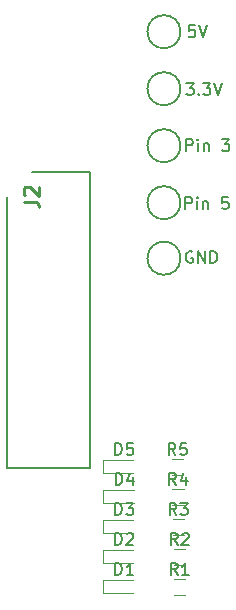
<source format=gto>
%TF.GenerationSoftware,KiCad,Pcbnew,(5.1.10)-1*%
%TF.CreationDate,2021-05-26T15:53:11-05:00*%
%TF.ProjectId,IAQ RPI PCB Rev 1,49415120-5250-4492-9050-434220526576,1*%
%TF.SameCoordinates,Original*%
%TF.FileFunction,Legend,Top*%
%TF.FilePolarity,Positive*%
%FSLAX46Y46*%
G04 Gerber Fmt 4.6, Leading zero omitted, Abs format (unit mm)*
G04 Created by KiCad (PCBNEW (5.1.10)-1) date 2021-05-26 15:53:11*
%MOMM*%
%LPD*%
G01*
G04 APERTURE LIST*
%ADD10C,0.120000*%
%ADD11C,0.200000*%
%ADD12C,0.150000*%
%ADD13C,0.254000*%
G04 APERTURE END LIST*
D10*
%TO.C,D1*%
X185314000Y-112480000D02*
X187914000Y-112480000D01*
X185314000Y-113580000D02*
X187914000Y-113580000D01*
X185314000Y-112480000D02*
X185314000Y-113580000D01*
%TO.C,D2*%
X185314000Y-109940000D02*
X185314000Y-111040000D01*
X185314000Y-111040000D02*
X187914000Y-111040000D01*
X185314000Y-109940000D02*
X187914000Y-109940000D01*
%TO.C,D3*%
X185314000Y-107400000D02*
X187914000Y-107400000D01*
X185314000Y-108500000D02*
X187914000Y-108500000D01*
X185314000Y-107400000D02*
X185314000Y-108500000D01*
%TO.C,D4*%
X185355000Y-104860000D02*
X187955000Y-104860000D01*
X185355000Y-105960000D02*
X187955000Y-105960000D01*
X185355000Y-104860000D02*
X185355000Y-105960000D01*
%TO.C,D5*%
X185314000Y-102320000D02*
X185314000Y-103420000D01*
X185314000Y-103420000D02*
X187914000Y-103420000D01*
X185314000Y-102320000D02*
X187914000Y-102320000D01*
D11*
%TO.C,J2*%
X177194000Y-80010000D02*
X177194000Y-102940000D01*
X177194000Y-102940000D02*
X184254000Y-102940000D01*
X184254000Y-102940000D02*
X184254000Y-77880000D01*
X184254000Y-77880000D02*
X179324000Y-77880000D01*
D10*
%TO.C,R1*%
X191313000Y-112350000D02*
X192313000Y-112350000D01*
X192313000Y-113710000D02*
X191313000Y-113710000D01*
%TO.C,R2*%
X191313000Y-109810000D02*
X192313000Y-109810000D01*
X192313000Y-111170000D02*
X191313000Y-111170000D01*
%TO.C,R3*%
X192227000Y-108630000D02*
X191227000Y-108630000D01*
X191227000Y-107270000D02*
X192227000Y-107270000D01*
%TO.C,R4*%
X191186000Y-104730000D02*
X192186000Y-104730000D01*
X192186000Y-106090000D02*
X191186000Y-106090000D01*
%TO.C,R5*%
X192143000Y-103550000D02*
X191143000Y-103550000D01*
X191143000Y-102190000D02*
X192143000Y-102190000D01*
D12*
%TO.C,GND*%
X191900000Y-85217000D02*
G75*
G03*
X191900000Y-85217000I-1400000J0D01*
G01*
%TO.C,5V*%
X191900000Y-66040000D02*
G75*
G03*
X191900000Y-66040000I-1400000J0D01*
G01*
%TO.C,Pin 5*%
X191900000Y-80518000D02*
G75*
G03*
X191900000Y-80518000I-1400000J0D01*
G01*
%TO.C,3.3V*%
X191900000Y-70866000D02*
G75*
G03*
X191900000Y-70866000I-1400000J0D01*
G01*
%TO.C,Pin 3*%
X191900000Y-75692000D02*
G75*
G03*
X191900000Y-75692000I-1400000J0D01*
G01*
%TO.C,D1*%
X186375904Y-112032380D02*
X186375904Y-111032380D01*
X186614000Y-111032380D01*
X186756857Y-111080000D01*
X186852095Y-111175238D01*
X186899714Y-111270476D01*
X186947333Y-111460952D01*
X186947333Y-111603809D01*
X186899714Y-111794285D01*
X186852095Y-111889523D01*
X186756857Y-111984761D01*
X186614000Y-112032380D01*
X186375904Y-112032380D01*
X187899714Y-112032380D02*
X187328285Y-112032380D01*
X187614000Y-112032380D02*
X187614000Y-111032380D01*
X187518761Y-111175238D01*
X187423523Y-111270476D01*
X187328285Y-111318095D01*
%TO.C,D2*%
X186375904Y-109492380D02*
X186375904Y-108492380D01*
X186614000Y-108492380D01*
X186756857Y-108540000D01*
X186852095Y-108635238D01*
X186899714Y-108730476D01*
X186947333Y-108920952D01*
X186947333Y-109063809D01*
X186899714Y-109254285D01*
X186852095Y-109349523D01*
X186756857Y-109444761D01*
X186614000Y-109492380D01*
X186375904Y-109492380D01*
X187328285Y-108587619D02*
X187375904Y-108540000D01*
X187471142Y-108492380D01*
X187709238Y-108492380D01*
X187804476Y-108540000D01*
X187852095Y-108587619D01*
X187899714Y-108682857D01*
X187899714Y-108778095D01*
X187852095Y-108920952D01*
X187280666Y-109492380D01*
X187899714Y-109492380D01*
%TO.C,D3*%
X186375904Y-106952380D02*
X186375904Y-105952380D01*
X186614000Y-105952380D01*
X186756857Y-106000000D01*
X186852095Y-106095238D01*
X186899714Y-106190476D01*
X186947333Y-106380952D01*
X186947333Y-106523809D01*
X186899714Y-106714285D01*
X186852095Y-106809523D01*
X186756857Y-106904761D01*
X186614000Y-106952380D01*
X186375904Y-106952380D01*
X187280666Y-105952380D02*
X187899714Y-105952380D01*
X187566380Y-106333333D01*
X187709238Y-106333333D01*
X187804476Y-106380952D01*
X187852095Y-106428571D01*
X187899714Y-106523809D01*
X187899714Y-106761904D01*
X187852095Y-106857142D01*
X187804476Y-106904761D01*
X187709238Y-106952380D01*
X187423523Y-106952380D01*
X187328285Y-106904761D01*
X187280666Y-106857142D01*
%TO.C,D4*%
X186416904Y-104412380D02*
X186416904Y-103412380D01*
X186655000Y-103412380D01*
X186797857Y-103460000D01*
X186893095Y-103555238D01*
X186940714Y-103650476D01*
X186988333Y-103840952D01*
X186988333Y-103983809D01*
X186940714Y-104174285D01*
X186893095Y-104269523D01*
X186797857Y-104364761D01*
X186655000Y-104412380D01*
X186416904Y-104412380D01*
X187845476Y-103745714D02*
X187845476Y-104412380D01*
X187607380Y-103364761D02*
X187369285Y-104079047D01*
X187988333Y-104079047D01*
%TO.C,D5*%
X186375904Y-101872380D02*
X186375904Y-100872380D01*
X186614000Y-100872380D01*
X186756857Y-100920000D01*
X186852095Y-101015238D01*
X186899714Y-101110476D01*
X186947333Y-101300952D01*
X186947333Y-101443809D01*
X186899714Y-101634285D01*
X186852095Y-101729523D01*
X186756857Y-101824761D01*
X186614000Y-101872380D01*
X186375904Y-101872380D01*
X187852095Y-100872380D02*
X187375904Y-100872380D01*
X187328285Y-101348571D01*
X187375904Y-101300952D01*
X187471142Y-101253333D01*
X187709238Y-101253333D01*
X187804476Y-101300952D01*
X187852095Y-101348571D01*
X187899714Y-101443809D01*
X187899714Y-101681904D01*
X187852095Y-101777142D01*
X187804476Y-101824761D01*
X187709238Y-101872380D01*
X187471142Y-101872380D01*
X187375904Y-101824761D01*
X187328285Y-101777142D01*
%TO.C,J2*%
D13*
X178628523Y-80433333D02*
X179535666Y-80433333D01*
X179717095Y-80493809D01*
X179838047Y-80614761D01*
X179898523Y-80796190D01*
X179898523Y-80917142D01*
X178749476Y-79889047D02*
X178689000Y-79828571D01*
X178628523Y-79707619D01*
X178628523Y-79405238D01*
X178689000Y-79284285D01*
X178749476Y-79223809D01*
X178870428Y-79163333D01*
X178991380Y-79163333D01*
X179172809Y-79223809D01*
X179898523Y-79949523D01*
X179898523Y-79163333D01*
%TO.C,R1*%
D12*
X191646333Y-112032380D02*
X191313000Y-111556190D01*
X191074904Y-112032380D02*
X191074904Y-111032380D01*
X191455857Y-111032380D01*
X191551095Y-111080000D01*
X191598714Y-111127619D01*
X191646333Y-111222857D01*
X191646333Y-111365714D01*
X191598714Y-111460952D01*
X191551095Y-111508571D01*
X191455857Y-111556190D01*
X191074904Y-111556190D01*
X192598714Y-112032380D02*
X192027285Y-112032380D01*
X192313000Y-112032380D02*
X192313000Y-111032380D01*
X192217761Y-111175238D01*
X192122523Y-111270476D01*
X192027285Y-111318095D01*
%TO.C,R2*%
X191646333Y-109492380D02*
X191313000Y-109016190D01*
X191074904Y-109492380D02*
X191074904Y-108492380D01*
X191455857Y-108492380D01*
X191551095Y-108540000D01*
X191598714Y-108587619D01*
X191646333Y-108682857D01*
X191646333Y-108825714D01*
X191598714Y-108920952D01*
X191551095Y-108968571D01*
X191455857Y-109016190D01*
X191074904Y-109016190D01*
X192027285Y-108587619D02*
X192074904Y-108540000D01*
X192170142Y-108492380D01*
X192408238Y-108492380D01*
X192503476Y-108540000D01*
X192551095Y-108587619D01*
X192598714Y-108682857D01*
X192598714Y-108778095D01*
X192551095Y-108920952D01*
X191979666Y-109492380D01*
X192598714Y-109492380D01*
%TO.C,R3*%
X191560333Y-106952380D02*
X191227000Y-106476190D01*
X190988904Y-106952380D02*
X190988904Y-105952380D01*
X191369857Y-105952380D01*
X191465095Y-106000000D01*
X191512714Y-106047619D01*
X191560333Y-106142857D01*
X191560333Y-106285714D01*
X191512714Y-106380952D01*
X191465095Y-106428571D01*
X191369857Y-106476190D01*
X190988904Y-106476190D01*
X191893666Y-105952380D02*
X192512714Y-105952380D01*
X192179380Y-106333333D01*
X192322238Y-106333333D01*
X192417476Y-106380952D01*
X192465095Y-106428571D01*
X192512714Y-106523809D01*
X192512714Y-106761904D01*
X192465095Y-106857142D01*
X192417476Y-106904761D01*
X192322238Y-106952380D01*
X192036523Y-106952380D01*
X191941285Y-106904761D01*
X191893666Y-106857142D01*
%TO.C,R4*%
X191519333Y-104412380D02*
X191186000Y-103936190D01*
X190947904Y-104412380D02*
X190947904Y-103412380D01*
X191328857Y-103412380D01*
X191424095Y-103460000D01*
X191471714Y-103507619D01*
X191519333Y-103602857D01*
X191519333Y-103745714D01*
X191471714Y-103840952D01*
X191424095Y-103888571D01*
X191328857Y-103936190D01*
X190947904Y-103936190D01*
X192376476Y-103745714D02*
X192376476Y-104412380D01*
X192138380Y-103364761D02*
X191900285Y-104079047D01*
X192519333Y-104079047D01*
%TO.C,R5*%
X191476333Y-101872380D02*
X191143000Y-101396190D01*
X190904904Y-101872380D02*
X190904904Y-100872380D01*
X191285857Y-100872380D01*
X191381095Y-100920000D01*
X191428714Y-100967619D01*
X191476333Y-101062857D01*
X191476333Y-101205714D01*
X191428714Y-101300952D01*
X191381095Y-101348571D01*
X191285857Y-101396190D01*
X190904904Y-101396190D01*
X192381095Y-100872380D02*
X191904904Y-100872380D01*
X191857285Y-101348571D01*
X191904904Y-101300952D01*
X192000142Y-101253333D01*
X192238238Y-101253333D01*
X192333476Y-101300952D01*
X192381095Y-101348571D01*
X192428714Y-101443809D01*
X192428714Y-101681904D01*
X192381095Y-101777142D01*
X192333476Y-101824761D01*
X192238238Y-101872380D01*
X192000142Y-101872380D01*
X191904904Y-101824761D01*
X191857285Y-101777142D01*
%TO.C,GND*%
X192913095Y-84653500D02*
X192817857Y-84605880D01*
X192675000Y-84605880D01*
X192532142Y-84653500D01*
X192436904Y-84748738D01*
X192389285Y-84843976D01*
X192341666Y-85034452D01*
X192341666Y-85177309D01*
X192389285Y-85367785D01*
X192436904Y-85463023D01*
X192532142Y-85558261D01*
X192675000Y-85605880D01*
X192770238Y-85605880D01*
X192913095Y-85558261D01*
X192960714Y-85510642D01*
X192960714Y-85177309D01*
X192770238Y-85177309D01*
X193389285Y-85605880D02*
X193389285Y-84605880D01*
X193960714Y-85605880D01*
X193960714Y-84605880D01*
X194436904Y-85605880D02*
X194436904Y-84605880D01*
X194675000Y-84605880D01*
X194817857Y-84653500D01*
X194913095Y-84748738D01*
X194960714Y-84843976D01*
X195008333Y-85034452D01*
X195008333Y-85177309D01*
X194960714Y-85367785D01*
X194913095Y-85463023D01*
X194817857Y-85558261D01*
X194675000Y-85605880D01*
X194436904Y-85605880D01*
%TO.C,5V*%
X193103523Y-65492380D02*
X192627333Y-65492380D01*
X192579714Y-65968571D01*
X192627333Y-65920952D01*
X192722571Y-65873333D01*
X192960666Y-65873333D01*
X193055904Y-65920952D01*
X193103523Y-65968571D01*
X193151142Y-66063809D01*
X193151142Y-66301904D01*
X193103523Y-66397142D01*
X193055904Y-66444761D01*
X192960666Y-66492380D01*
X192722571Y-66492380D01*
X192627333Y-66444761D01*
X192579714Y-66397142D01*
X193436857Y-65492380D02*
X193770190Y-66492380D01*
X194103523Y-65492380D01*
%TO.C,Pin 5*%
X192309976Y-81033880D02*
X192309976Y-80033880D01*
X192690928Y-80033880D01*
X192786166Y-80081500D01*
X192833785Y-80129119D01*
X192881404Y-80224357D01*
X192881404Y-80367214D01*
X192833785Y-80462452D01*
X192786166Y-80510071D01*
X192690928Y-80557690D01*
X192309976Y-80557690D01*
X193309976Y-81033880D02*
X193309976Y-80367214D01*
X193309976Y-80033880D02*
X193262357Y-80081500D01*
X193309976Y-80129119D01*
X193357595Y-80081500D01*
X193309976Y-80033880D01*
X193309976Y-80129119D01*
X193786166Y-80367214D02*
X193786166Y-81033880D01*
X193786166Y-80462452D02*
X193833785Y-80414833D01*
X193929023Y-80367214D01*
X194071880Y-80367214D01*
X194167119Y-80414833D01*
X194214738Y-80510071D01*
X194214738Y-81033880D01*
X195929023Y-80033880D02*
X195452833Y-80033880D01*
X195405214Y-80510071D01*
X195452833Y-80462452D01*
X195548071Y-80414833D01*
X195786166Y-80414833D01*
X195881404Y-80462452D01*
X195929023Y-80510071D01*
X195976642Y-80605309D01*
X195976642Y-80843404D01*
X195929023Y-80938642D01*
X195881404Y-80986261D01*
X195786166Y-81033880D01*
X195548071Y-81033880D01*
X195452833Y-80986261D01*
X195405214Y-80938642D01*
%TO.C,3.3V*%
X192389309Y-70381880D02*
X193008357Y-70381880D01*
X192675023Y-70762833D01*
X192817880Y-70762833D01*
X192913119Y-70810452D01*
X192960738Y-70858071D01*
X193008357Y-70953309D01*
X193008357Y-71191404D01*
X192960738Y-71286642D01*
X192913119Y-71334261D01*
X192817880Y-71381880D01*
X192532166Y-71381880D01*
X192436928Y-71334261D01*
X192389309Y-71286642D01*
X193436928Y-71286642D02*
X193484547Y-71334261D01*
X193436928Y-71381880D01*
X193389309Y-71334261D01*
X193436928Y-71286642D01*
X193436928Y-71381880D01*
X193817880Y-70381880D02*
X194436928Y-70381880D01*
X194103595Y-70762833D01*
X194246452Y-70762833D01*
X194341690Y-70810452D01*
X194389309Y-70858071D01*
X194436928Y-70953309D01*
X194436928Y-71191404D01*
X194389309Y-71286642D01*
X194341690Y-71334261D01*
X194246452Y-71381880D01*
X193960738Y-71381880D01*
X193865500Y-71334261D01*
X193817880Y-71286642D01*
X194722642Y-70381880D02*
X195055976Y-71381880D01*
X195389309Y-70381880D01*
%TO.C,Pin 3*%
X192373476Y-76144380D02*
X192373476Y-75144380D01*
X192754428Y-75144380D01*
X192849666Y-75192000D01*
X192897285Y-75239619D01*
X192944904Y-75334857D01*
X192944904Y-75477714D01*
X192897285Y-75572952D01*
X192849666Y-75620571D01*
X192754428Y-75668190D01*
X192373476Y-75668190D01*
X193373476Y-76144380D02*
X193373476Y-75477714D01*
X193373476Y-75144380D02*
X193325857Y-75192000D01*
X193373476Y-75239619D01*
X193421095Y-75192000D01*
X193373476Y-75144380D01*
X193373476Y-75239619D01*
X193849666Y-75477714D02*
X193849666Y-76144380D01*
X193849666Y-75572952D02*
X193897285Y-75525333D01*
X193992523Y-75477714D01*
X194135380Y-75477714D01*
X194230619Y-75525333D01*
X194278238Y-75620571D01*
X194278238Y-76144380D01*
X195421095Y-75144380D02*
X196040142Y-75144380D01*
X195706809Y-75525333D01*
X195849666Y-75525333D01*
X195944904Y-75572952D01*
X195992523Y-75620571D01*
X196040142Y-75715809D01*
X196040142Y-75953904D01*
X195992523Y-76049142D01*
X195944904Y-76096761D01*
X195849666Y-76144380D01*
X195563952Y-76144380D01*
X195468714Y-76096761D01*
X195421095Y-76049142D01*
%TD*%
M02*

</source>
